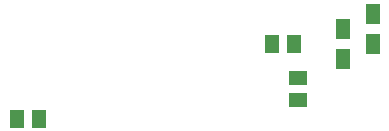
<source format=gbr>
G04 EAGLE Gerber RS-274X export*
G75*
%MOMM*%
%FSLAX34Y34*%
%LPD*%
%INSolderpaste Bottom*%
%IPPOS*%
%AMOC8*
5,1,8,0,0,1.08239X$1,22.5*%
G01*
%ADD10R,1.188700X1.795500*%
%ADD11R,1.500000X1.300000*%
%ADD12R,1.300000X1.500000*%


D10*
X609600Y444101D03*
X609600Y470299D03*
X584200Y431401D03*
X584200Y457599D03*
D11*
X546100Y396900D03*
X546100Y415900D03*
D12*
X523900Y444500D03*
X542900Y444500D03*
X327000Y381000D03*
X308000Y381000D03*
M02*

</source>
